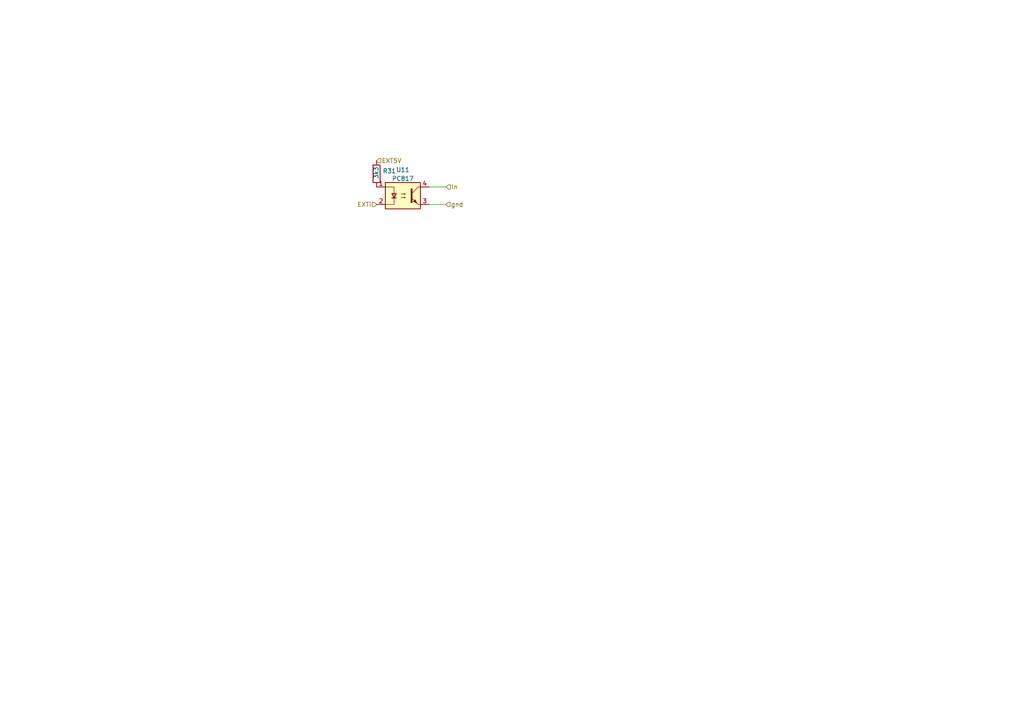
<source format=kicad_sch>
(kicad_sch (version 20240101) (generator "eeschema") (generator_version "8.99")
  (paper "A4")
  (title_block (date "2024-03-18") (company "SAO RAS") (comment 1 "Instead of PEP controller"))
  (lib_symbols
    (symbol "Device:R" (pin_numbers hide) (pin_names (offset 0))
      (property "Reference" "R" (at 2.032 0 90))
      (property "Value" "R" (at 0 0 90))
      (symbol "R_0_1"
        (rectangle (start -1.016 -2.54) (end 1.016 2.54) (stroke (width 0.254)))
      )
      (symbol "R_1_1"
        (pin passive line (at 0 3.81 270) (length 1.27) (name "~") (number "1"))
        (pin passive line (at 0 -3.81 90) (length 1.27) (name "~") (number "2"))
      )
    )
    (symbol "Isolator:PC817" (pin_names (offset 1.016))
      (property "Reference" "U" (at -5.08 5.08 0))
      (property "Value" "PC817" (at 0 5.08 0))
      (symbol "PC817_0_1"
        (rectangle (start -5.08 3.81) (end 5.08 -3.81) (stroke (width 0.254)) (fill (type background)))
        (polyline (pts (xy -3.175 -0.635) (xy -1.905 -0.635)) (stroke (width 0.254)))
        (polyline (pts (xy 2.54 0.635) (xy 4.445 2.54)))
        (polyline (pts (xy 4.445 -2.54) (xy 2.54 -0.635)) (fill (type outline)))
        (polyline (pts (xy 4.445 -2.54) (xy 5.08 -2.54)))
        (polyline (pts (xy 4.445 2.54) (xy 5.08 2.54)))
        (polyline (pts (xy -5.08 2.54) (xy -2.54 2.54) (xy -2.54 -0.635)))
        (polyline (pts (xy -2.54 -0.635) (xy -2.54 -2.54) (xy -5.08 -2.54)))
        (polyline (pts (xy 2.54 1.905) (xy 2.54 -1.905) (xy 2.54 -1.905)) (stroke (width 0.508)))
        (polyline (pts (xy -2.54 -0.635) (xy -3.175 0.635) (xy -1.905 0.635) (xy -2.54 -0.635)) (stroke (width 0.254)))
        (polyline (pts (xy -0.508 -0.508) (xy 0.762 -0.508) (xy 0.381 -0.635) (xy 0.381 -0.381) (xy 0.762 -0.508)))
        (polyline (pts (xy -0.508 0.508) (xy 0.762 0.508) (xy 0.381 0.381) (xy 0.381 0.635) (xy 0.762 0.508)))
        (polyline (pts (xy 3.048 -1.651) (xy 3.556 -1.143) (xy 4.064 -2.159) (xy 3.048 -1.651) (xy 3.048 -1.651)) (fill (type outline)))
      )
      (symbol "PC817_1_1"
        (pin passive line (at -7.62 2.54 0) (length 2.54) (name "~") (number "1"))
        (pin passive line (at -7.62 -2.54 0) (length 2.54) (name "~") (number "2"))
        (pin passive line (at 7.62 -2.54 180) (length 2.54) (name "~") (number "3"))
        (pin passive line (at 7.62 2.54 180) (length 2.54) (name "~") (number "4"))
      )
    )
  )
  (wire (pts (xy 129.413 54.229) (xy 124.46 54.229)))
  (wire (pts (xy 124.46 59.309) (xy 129.286 59.309)))
  (hierarchical_label "EXT5V" (shape input) (at 109.22 46.609 0))
  (hierarchical_label "In" (shape input) (at 129.413 54.229 0))
  (hierarchical_label "gnd" (shape input) (at 129.286 59.309 0))
  (hierarchical_label "EXTi" (shape input) (at 109.22 59.309 180))
  (symbol (lib_id "Device:R") (at 109.22 50.419 0) (unit 1)
    (property "Reference" "R31" (at 110.998 49.5843 0) (effects (justify left)))
    (property "Value" "3k3" (at 109.093 51.943 90) (effects (justify left)))
    (property "Footprint" "Resistor_SMD:R_2010_5025Metric_Pad1.40x2.65mm_HandSolder" (effects (hide yes)))
    (instances (project "stm32" (path "" (reference "R31") (unit 1)) (path "" (reference "R35") (unit 1)) (path "" (reference "R37") (unit 1)) (path "" (reference "R32") (unit 1)) (path "" (reference "R33") (unit 1)) (path "" (reference "R34") (unit 1)) (path "" (reference "R36") (unit 1)) (path "" (reference "R38") (unit 1))))
  )
  (symbol (lib_id "Isolator:PC817") (at 116.84 56.769 0) (unit 1)
    (property "Reference" "U11" (at 116.84 49.2592 0))
    (property "Value" "PC817" (at 116.84 51.7961 0))
    (property "Footprint" "Package_DIP:DIP-4_W7.62mm" (effects (hide yes)))
    (property "Datasheet" "http://www.soselectronic.cz/a_info/resource/d/pc817.pdf" (effects (hide yes)))
    (instances (project "stm32" (path "" (reference "U11") (unit 1)) (path "" (reference "U15") (unit 1)) (path "" (reference "U17") (unit 1)) (path "" (reference "U12") (unit 1)) (path "" (reference "U13") (unit 1)) (path "" (reference "U14") (unit 1)) (path "" (reference "U16") (unit 1)) (path "" (reference "U18") (unit 1))))
  )
)
</source>
